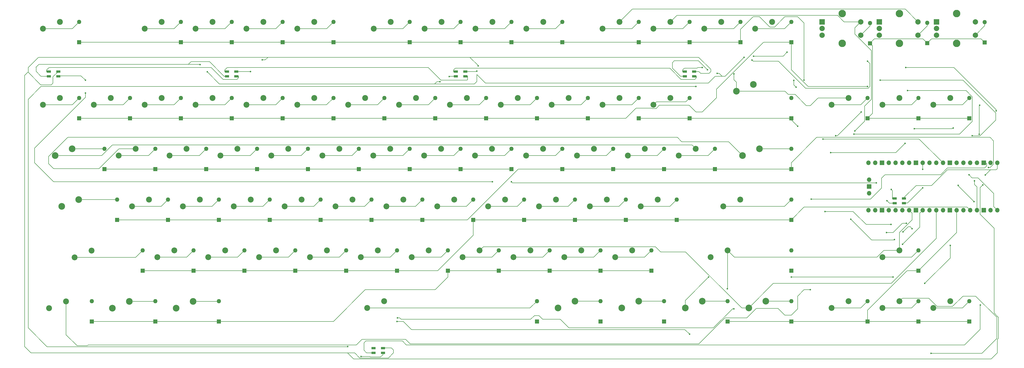
<source format=gbr>
%TF.GenerationSoftware,KiCad,Pcbnew,9.0.0*%
%TF.CreationDate,2025-03-26T17:33:26+05:30*%
%TF.ProjectId,RoyBoard,526f7942-6f61-4726-942e-6b696361645f,rev?*%
%TF.SameCoordinates,Original*%
%TF.FileFunction,Copper,L1,Top*%
%TF.FilePolarity,Positive*%
%FSLAX46Y46*%
G04 Gerber Fmt 4.6, Leading zero omitted, Abs format (unit mm)*
G04 Created by KiCad (PCBNEW 9.0.0) date 2025-03-26 17:33:26*
%MOMM*%
%LPD*%
G01*
G04 APERTURE LIST*
%TA.AperFunction,SMDPad,CuDef*%
%ADD10R,1.600000X0.850000*%
%TD*%
%TA.AperFunction,ComponentPad*%
%ADD11C,2.200000*%
%TD*%
%TA.AperFunction,ComponentPad*%
%ADD12C,2.500000*%
%TD*%
%TA.AperFunction,ComponentPad*%
%ADD13R,2.000000X2.000000*%
%TD*%
%TA.AperFunction,ComponentPad*%
%ADD14C,2.000000*%
%TD*%
%TA.AperFunction,ComponentPad*%
%ADD15C,2.800000*%
%TD*%
%TA.AperFunction,ComponentPad*%
%ADD16R,1.600000X1.600000*%
%TD*%
%TA.AperFunction,ComponentPad*%
%ADD17O,1.600000X1.600000*%
%TD*%
%TA.AperFunction,ComponentPad*%
%ADD18O,1.700000X1.700000*%
%TD*%
%TA.AperFunction,ComponentPad*%
%ADD19R,1.700000X1.700000*%
%TD*%
%TA.AperFunction,ViaPad*%
%ADD20C,0.600000*%
%TD*%
%TA.AperFunction,Conductor*%
%ADD21C,0.200000*%
%TD*%
G04 APERTURE END LIST*
D10*
%TO.P,D90,4,VDD*%
%TO.N,+5V*%
X171365000Y-162715000D03*
%TO.P,D90,3,DIN*%
%TO.N,Net-(D89-DOUT)*%
X171365000Y-164465000D03*
%TO.P,D90,2,VSS*%
%TO.N,GND*%
X167865000Y-164465000D03*
%TO.P,D90,1,DOUT*%
%TO.N,unconnected-(D90-DOUT-Pad1)*%
X167865000Y-162715000D03*
%TD*%
D11*
%TO.P,SW70,1,1*%
%TO.N,col10*%
X171775000Y-145120000D03*
%TO.P,SW70,2,2*%
%TO.N,Net-(D70-A)*%
X165425000Y-147660000D03*
%TD*%
%TO.P,SW10,1,1*%
%TO.N,col10*%
X259960000Y-40325000D03*
%TO.P,SW10,2,2*%
%TO.N,Net-(D10-A)*%
X253610000Y-42865000D03*
%TD*%
D12*
%TO.P,SW27,1,1*%
%TO.N,col3*%
X303755000Y-66330000D03*
%TO.P,SW27,2,2*%
%TO.N,Net-(D27-A)*%
X310105000Y-63790000D03*
%TD*%
D11*
%TO.P,SW58,1,1*%
%TO.N,col10*%
X131372500Y-126050000D03*
%TO.P,SW58,2,2*%
%TO.N,Net-(D58-A)*%
X125022500Y-128590000D03*
%TD*%
D12*
%TO.P,SW73,1,1*%
%TO.N,col1*%
X284537500Y-147600000D03*
%TO.P,SW73,2,2*%
%TO.N,Net-(D73-A)*%
X290887500Y-145060000D03*
%TD*%
D10*
%TO.P,D86,1,DOUT*%
%TO.N,Net-(D86-DOUT)*%
X46278750Y-58976250D03*
%TO.P,D86,2,VSS*%
%TO.N,GND*%
X46278750Y-60726250D03*
%TO.P,D86,3,DIN*%
%TO.N,Net-(D85-DOUT)*%
X49778750Y-60726250D03*
%TO.P,D86,4,VDD*%
%TO.N,+5V*%
X49778750Y-58976250D03*
%TD*%
D11*
%TO.P,SW57,1,1*%
%TO.N,col9*%
X112322500Y-126050000D03*
%TO.P,SW57,2,2*%
%TO.N,Net-(D57-A)*%
X105972500Y-128590000D03*
%TD*%
%TO.P,SW61,1,1*%
%TO.N,col1*%
X188522500Y-126050000D03*
%TO.P,SW61,2,2*%
%TO.N,Net-(D61-A)*%
X182172500Y-128590000D03*
%TD*%
%TO.P,SW53,1,1*%
%TO.N,col5*%
X274247500Y-107000000D03*
%TO.P,SW53,2,2*%
%TO.N,Net-(D53-A)*%
X267897500Y-109540000D03*
%TD*%
D12*
%TO.P,SW41,1,1*%
%TO.N,col5*%
X305995000Y-90455000D03*
%TO.P,SW41,2,2*%
%TO.N,Net-(D41-A)*%
X312345000Y-87915000D03*
%TD*%
D11*
%TO.P,SW80,1,1*%
%TO.N,col8*%
X364735000Y-145100000D03*
%TO.P,SW80,2,2*%
%TO.N,Net-(D80-A)*%
X358385000Y-147640000D03*
%TD*%
%TO.P,SW78,1,1*%
%TO.N,col6*%
X364735000Y-126050000D03*
%TO.P,SW78,2,2*%
%TO.N,Net-(D78-A)*%
X358385000Y-128590000D03*
%TD*%
%TO.P,SW43,1,1*%
%TO.N,col7*%
X83747500Y-107000000D03*
%TO.P,SW43,2,2*%
%TO.N,Net-(D43-A)*%
X77397500Y-109540000D03*
%TD*%
%TO.P,SW40,1,1*%
%TO.N,col4*%
X288515000Y-87945000D03*
%TO.P,SW40,2,2*%
%TO.N,Net-(D40-A)*%
X282165000Y-90485000D03*
%TD*%
%TO.P,SW24,1,1*%
%TO.N,col12*%
X240910000Y-68900000D03*
%TO.P,SW24,2,2*%
%TO.N,Net-(D24-A)*%
X234560000Y-71440000D03*
%TD*%
%TO.P,SW14,1,1*%
%TO.N,col2*%
X50387500Y-68870000D03*
%TO.P,SW14,2,2*%
%TO.N,Net-(D14-A)*%
X44037500Y-71410000D03*
%TD*%
%TO.P,SW46,1,1*%
%TO.N,col10*%
X140897500Y-107000000D03*
%TO.P,SW46,2,2*%
%TO.N,Net-(D46-A)*%
X134547500Y-109540000D03*
%TD*%
%TO.P,SW33,1,1*%
%TO.N,col9*%
X155025000Y-87975000D03*
%TO.P,SW33,2,2*%
%TO.N,Net-(D33-A)*%
X148675000Y-90515000D03*
%TD*%
%TO.P,SW31,1,1*%
%TO.N,col7*%
X116875000Y-87945000D03*
%TO.P,SW31,2,2*%
%TO.N,Net-(D31-A)*%
X110525000Y-90485000D03*
%TD*%
%TO.P,SW54,1,1*%
%TO.N,col6*%
X305175000Y-107000000D03*
%TO.P,SW54,2,2*%
%TO.N,Net-(D54-A)*%
X298825000Y-109540000D03*
%TD*%
%TO.P,SW30,1,1*%
%TO.N,col6*%
X97795000Y-87965000D03*
%TO.P,SW30,2,2*%
%TO.N,Net-(D30-A)*%
X91445000Y-90505000D03*
%TD*%
%TO.P,SW19,1,1*%
%TO.N,col7*%
X145655000Y-68925000D03*
%TO.P,SW19,2,2*%
%TO.N,Net-(D19-A)*%
X139305000Y-71465000D03*
%TD*%
%TO.P,SW47,1,1*%
%TO.N,col11*%
X159947500Y-107000000D03*
%TO.P,SW47,2,2*%
%TO.N,Net-(D47-A)*%
X153597500Y-109540000D03*
%TD*%
D13*
%TO.P,SW84,A,A*%
%TO.N,ec1_3*%
X378666250Y-40325000D03*
D14*
%TO.P,SW84,B,B*%
%TO.N,ec2_3*%
X378666250Y-45325000D03*
%TO.P,SW84,C,C*%
%TO.N,GND*%
X378666250Y-42825000D03*
D15*
%TO.P,SW84,MP*%
%TO.N,N/C*%
X386166250Y-37225000D03*
X386166250Y-48425000D03*
D14*
%TO.P,SW84,S1,S1*%
%TO.N,col12*%
X393166250Y-40325000D03*
%TO.P,SW84,S2,S2*%
%TO.N,Net-(D84-A)*%
X393166250Y-45325000D03*
%TD*%
D11*
%TO.P,SW1,1,1*%
%TO.N,col1*%
X50410000Y-40325000D03*
%TO.P,SW1,2,2*%
%TO.N,Net-(D1-A)*%
X44060000Y-42865000D03*
%TD*%
%TO.P,SW81,1,1*%
%TO.N,col9*%
X383785000Y-145100000D03*
%TO.P,SW81,2,2*%
%TO.N,Net-(D81-A)*%
X377435000Y-147640000D03*
%TD*%
%TO.P,SW75,1,1*%
%TO.N,col3*%
X345685000Y-68900000D03*
%TO.P,SW75,2,2*%
%TO.N,Net-(D75-A)*%
X339335000Y-71440000D03*
%TD*%
D10*
%TO.P,D85,1,DOUT*%
%TO.N,Net-(D85-DOUT)*%
X362985000Y-106601250D03*
%TO.P,D85,2,VSS*%
%TO.N,GND*%
X362985000Y-108351250D03*
%TO.P,D85,3,DIN*%
%TO.N,rgb*%
X366485000Y-108351250D03*
%TO.P,D85,4,VDD*%
%TO.N,+5V*%
X366485000Y-106601250D03*
%TD*%
D11*
%TO.P,SW44,1,1*%
%TO.N,col8*%
X102797500Y-107000000D03*
%TO.P,SW44,2,2*%
%TO.N,Net-(D44-A)*%
X96447500Y-109540000D03*
%TD*%
%TO.P,SW25,1,1*%
%TO.N,col1*%
X259960000Y-68900000D03*
%TO.P,SW25,2,2*%
%TO.N,Net-(D25-A)*%
X253610000Y-71440000D03*
%TD*%
%TO.P,SW3,1,1*%
%TO.N,col3*%
X107560000Y-40325000D03*
%TO.P,SW3,2,2*%
%TO.N,Net-(D3-A)*%
X101210000Y-42865000D03*
%TD*%
%TO.P,SW35,1,1*%
%TO.N,col11*%
X193135000Y-87965000D03*
%TO.P,SW35,2,2*%
%TO.N,Net-(D35-A)*%
X186785000Y-90505000D03*
%TD*%
%TO.P,SW56,1,1*%
%TO.N,col8*%
X93272500Y-126050000D03*
%TO.P,SW56,2,2*%
%TO.N,Net-(D56-A)*%
X86922500Y-128590000D03*
%TD*%
%TO.P,SW67,1,1*%
%TO.N,col7*%
X52695000Y-145170000D03*
%TO.P,SW67,2,2*%
%TO.N,Net-(D67-A)*%
X46345000Y-147710000D03*
%TD*%
%TO.P,SW60,1,1*%
%TO.N,col12*%
X169472500Y-126050000D03*
%TO.P,SW60,2,2*%
%TO.N,Net-(D60-A)*%
X163122500Y-128590000D03*
%TD*%
%TO.P,SW7,1,1*%
%TO.N,col7*%
X193285000Y-40325000D03*
%TO.P,SW7,2,2*%
%TO.N,Net-(D7-A)*%
X186935000Y-42865000D03*
%TD*%
%TO.P,SW2,1,1*%
%TO.N,col2*%
X88510000Y-40325000D03*
%TO.P,SW2,2,2*%
%TO.N,Net-(D2-A)*%
X82160000Y-42865000D03*
%TD*%
%TO.P,SW77,1,1*%
%TO.N,col5*%
X383785000Y-68900000D03*
%TO.P,SW77,2,2*%
%TO.N,Net-(D77-A)*%
X377435000Y-71440000D03*
%TD*%
D12*
%TO.P,SW72,1,1*%
%TO.N,col12*%
X260757500Y-147620000D03*
%TO.P,SW72,2,2*%
%TO.N,Net-(D72-A)*%
X267107500Y-145080000D03*
%TD*%
%TO.P,SW42,1,1*%
%TO.N,col6*%
X51045000Y-109555000D03*
%TO.P,SW42,2,2*%
%TO.N,Net-(D42-A)*%
X57395000Y-107015000D03*
%TD*%
D11*
%TO.P,SW79,1,1*%
%TO.N,col7*%
X345685000Y-145100000D03*
%TO.P,SW79,2,2*%
%TO.N,Net-(D79-A)*%
X339335000Y-147640000D03*
%TD*%
%TO.P,SW13,1,1*%
%TO.N,col1*%
X317110000Y-40325000D03*
%TO.P,SW13,2,2*%
%TO.N,Net-(D13-A)*%
X310760000Y-42865000D03*
%TD*%
D12*
%TO.P,SW28,1,1*%
%TO.N,col4*%
X48655000Y-90515000D03*
%TO.P,SW28,2,2*%
%TO.N,Net-(D28-A)*%
X55005000Y-87975000D03*
%TD*%
D11*
%TO.P,SW9,1,1*%
%TO.N,col9*%
X231385000Y-40325000D03*
%TO.P,SW9,2,2*%
%TO.N,Net-(D9-A)*%
X225035000Y-42865000D03*
%TD*%
%TO.P,SW18,1,1*%
%TO.N,col6*%
X126610000Y-68900000D03*
%TO.P,SW18,2,2*%
%TO.N,Net-(D18-A)*%
X120260000Y-71440000D03*
%TD*%
%TO.P,SW12,1,1*%
%TO.N,col12*%
X298060000Y-40325000D03*
%TO.P,SW12,2,2*%
%TO.N,Net-(D12-A)*%
X291710000Y-42865000D03*
%TD*%
%TO.P,SW50,1,1*%
%TO.N,col2*%
X217097500Y-107000000D03*
%TO.P,SW50,2,2*%
%TO.N,Net-(D50-A)*%
X210747500Y-109540000D03*
%TD*%
%TO.P,SW63,1,1*%
%TO.N,col3*%
X226622500Y-126050000D03*
%TO.P,SW63,2,2*%
%TO.N,Net-(D63-A)*%
X220272500Y-128590000D03*
%TD*%
%TO.P,SW59,1,1*%
%TO.N,col11*%
X150422500Y-126050000D03*
%TO.P,SW59,2,2*%
%TO.N,Net-(D59-A)*%
X144072500Y-128590000D03*
%TD*%
%TO.P,SW21,1,1*%
%TO.N,col9*%
X183760000Y-68900000D03*
%TO.P,SW21,2,2*%
%TO.N,Net-(D21-A)*%
X177410000Y-71440000D03*
%TD*%
D10*
%TO.P,D89,1,DOUT*%
%TO.N,Net-(D89-DOUT)*%
X284403750Y-58976250D03*
%TO.P,D89,2,VSS*%
%TO.N,GND*%
X284403750Y-60726250D03*
%TO.P,D89,3,DIN*%
%TO.N,Net-(D88-DOUT)*%
X287903750Y-60726250D03*
%TO.P,D89,4,VDD*%
%TO.N,+5V*%
X287903750Y-58976250D03*
%TD*%
%TO.P,D88,1,DOUT*%
%TO.N,Net-(D88-DOUT)*%
X198678750Y-58976250D03*
%TO.P,D88,2,VSS*%
%TO.N,GND*%
X198678750Y-60726250D03*
%TO.P,D88,3,DIN*%
%TO.N,Net-(D87-DOUT)*%
X202178750Y-60726250D03*
%TO.P,D88,4,VDD*%
%TO.N,+5V*%
X202178750Y-58976250D03*
%TD*%
D11*
%TO.P,SW16,1,1*%
%TO.N,col4*%
X88510000Y-68900000D03*
%TO.P,SW16,2,2*%
%TO.N,Net-(D16-A)*%
X82160000Y-71440000D03*
%TD*%
%TO.P,SW29,1,1*%
%TO.N,col5*%
X78755000Y-87965000D03*
%TO.P,SW29,2,2*%
%TO.N,Net-(D29-A)*%
X72405000Y-90505000D03*
%TD*%
D12*
%TO.P,SW68,1,1*%
%TO.N,col8*%
X70067500Y-147680000D03*
%TO.P,SW68,2,2*%
%TO.N,Net-(D68-A)*%
X76417500Y-145140000D03*
%TD*%
%TO.P,SW74,1,1*%
%TO.N,col2*%
X308377500Y-147610000D03*
%TO.P,SW74,2,2*%
%TO.N,Net-(D74-A)*%
X314727500Y-145070000D03*
%TD*%
D11*
%TO.P,SW65,1,1*%
%TO.N,col5*%
X264722500Y-126050000D03*
%TO.P,SW65,2,2*%
%TO.N,Net-(D65-A)*%
X258372500Y-128590000D03*
%TD*%
%TO.P,SW49,1,1*%
%TO.N,col1*%
X198047500Y-107000000D03*
%TO.P,SW49,2,2*%
%TO.N,Net-(D49-A)*%
X191697500Y-109540000D03*
%TD*%
%TO.P,SW34,1,1*%
%TO.N,col10*%
X174095000Y-87975000D03*
%TO.P,SW34,2,2*%
%TO.N,Net-(D34-A)*%
X167745000Y-90515000D03*
%TD*%
%TO.P,SW37,1,1*%
%TO.N,col1*%
X231295000Y-87955000D03*
%TO.P,SW37,2,2*%
%TO.N,Net-(D37-A)*%
X224945000Y-90495000D03*
%TD*%
%TO.P,SW38,1,1*%
%TO.N,col2*%
X250355000Y-87955000D03*
%TO.P,SW38,2,2*%
%TO.N,Net-(D38-A)*%
X244005000Y-90495000D03*
%TD*%
%TO.P,SW45,1,1*%
%TO.N,col9*%
X121847500Y-107000000D03*
%TO.P,SW45,2,2*%
%TO.N,Net-(D45-A)*%
X115497500Y-109540000D03*
%TD*%
%TO.P,SW66,1,1*%
%TO.N,col6*%
X300415000Y-126040000D03*
%TO.P,SW66,2,2*%
%TO.N,Net-(D66-A)*%
X294065000Y-128580000D03*
%TD*%
%TO.P,SW17,1,1*%
%TO.N,col5*%
X107560000Y-68900000D03*
%TO.P,SW17,2,2*%
%TO.N,Net-(D17-A)*%
X101210000Y-71440000D03*
%TD*%
%TO.P,SW64,1,1*%
%TO.N,col4*%
X245672500Y-126050000D03*
%TO.P,SW64,2,2*%
%TO.N,Net-(D64-A)*%
X239322500Y-128590000D03*
%TD*%
D10*
%TO.P,D87,1,DOUT*%
%TO.N,Net-(D87-DOUT)*%
X112953750Y-58976250D03*
%TO.P,D87,2,VSS*%
%TO.N,GND*%
X112953750Y-60726250D03*
%TO.P,D87,3,DIN*%
%TO.N,Net-(D86-DOUT)*%
X116453750Y-60726250D03*
%TO.P,D87,4,VDD*%
%TO.N,+5V*%
X116453750Y-58976250D03*
%TD*%
D13*
%TO.P,SW83,A,A*%
%TO.N,ec1_1*%
X357235000Y-40325000D03*
D14*
%TO.P,SW83,B,B*%
%TO.N,ec2_1*%
X357235000Y-45325000D03*
%TO.P,SW83,C,C*%
%TO.N,GND*%
X357235000Y-42825000D03*
D15*
%TO.P,SW83,MP*%
%TO.N,N/C*%
X364735000Y-37225000D03*
X364735000Y-48425000D03*
D14*
%TO.P,SW83,S1,S1*%
%TO.N,col10*%
X371735000Y-40325000D03*
%TO.P,SW83,S2,S2*%
%TO.N,Net-(D82-A)*%
X371735000Y-45325000D03*
%TD*%
D11*
%TO.P,SW6,1,1*%
%TO.N,col6*%
X174235000Y-40325000D03*
%TO.P,SW6,2,2*%
%TO.N,Net-(D6-A)*%
X167885000Y-42865000D03*
%TD*%
%TO.P,SW15,1,1*%
%TO.N,col3*%
X69460000Y-68900000D03*
%TO.P,SW15,2,2*%
%TO.N,Net-(D15-A)*%
X63110000Y-71440000D03*
%TD*%
%TO.P,SW26,1,1*%
%TO.N,col2*%
X279010000Y-68900000D03*
%TO.P,SW26,2,2*%
%TO.N,Net-(D26-A)*%
X272660000Y-71440000D03*
%TD*%
%TO.P,SW8,1,1*%
%TO.N,col8*%
X212335000Y-40325000D03*
%TO.P,SW8,2,2*%
%TO.N,Net-(D8-A)*%
X205985000Y-42865000D03*
%TD*%
D12*
%TO.P,SW69,1,1*%
%TO.N,col9*%
X93907500Y-147680000D03*
%TO.P,SW69,2,2*%
%TO.N,Net-(D69-A)*%
X100257500Y-145140000D03*
%TD*%
D11*
%TO.P,SW48,1,1*%
%TO.N,col12*%
X178997500Y-107000000D03*
%TO.P,SW48,2,2*%
%TO.N,Net-(D48-A)*%
X172647500Y-109540000D03*
%TD*%
%TO.P,SW39,1,1*%
%TO.N,col3*%
X269445000Y-87945000D03*
%TO.P,SW39,2,2*%
%TO.N,Net-(D39-A)*%
X263095000Y-90485000D03*
%TD*%
%TO.P,SW4,1,1*%
%TO.N,col4*%
X126610000Y-40325000D03*
%TO.P,SW4,2,2*%
%TO.N,Net-(D4-A)*%
X120260000Y-42865000D03*
%TD*%
D12*
%TO.P,SW71,1,1*%
%TO.N,col11*%
X236907500Y-147640000D03*
%TO.P,SW71,2,2*%
%TO.N,Net-(D71-A)*%
X243257500Y-145100000D03*
%TD*%
D11*
%TO.P,SW52,1,1*%
%TO.N,col4*%
X255197500Y-107000000D03*
%TO.P,SW52,2,2*%
%TO.N,Net-(D52-A)*%
X248847500Y-109540000D03*
%TD*%
%TO.P,SW23,1,1*%
%TO.N,col11*%
X221860000Y-68900000D03*
%TO.P,SW23,2,2*%
%TO.N,Net-(D23-A)*%
X215510000Y-71440000D03*
%TD*%
%TO.P,SW76,1,1*%
%TO.N,col4*%
X364735000Y-68900000D03*
%TO.P,SW76,2,2*%
%TO.N,Net-(D76-A)*%
X358385000Y-71440000D03*
%TD*%
D13*
%TO.P,SW82,A,A*%
%TO.N,ec1_2*%
X335803750Y-40325000D03*
D14*
%TO.P,SW82,B,B*%
%TO.N,ec2_2*%
X335803750Y-45325000D03*
%TO.P,SW82,C,C*%
%TO.N,GND*%
X335803750Y-42825000D03*
D15*
%TO.P,SW82,MP*%
%TO.N,N/C*%
X343303750Y-37225000D03*
X343303750Y-48425000D03*
D14*
%TO.P,SW82,S1,S1*%
%TO.N,col11*%
X350303750Y-40325000D03*
%TO.P,SW82,S2,S2*%
%TO.N,Net-(D83-A)*%
X350303750Y-45325000D03*
%TD*%
D11*
%TO.P,SW22,1,1*%
%TO.N,col10*%
X202810000Y-68900000D03*
%TO.P,SW22,2,2*%
%TO.N,Net-(D22-A)*%
X196460000Y-71440000D03*
%TD*%
%TO.P,SW62,1,1*%
%TO.N,col2*%
X207572500Y-126050000D03*
%TO.P,SW62,2,2*%
%TO.N,Net-(D62-A)*%
X201222500Y-128590000D03*
%TD*%
%TO.P,SW51,1,1*%
%TO.N,col3*%
X236147500Y-107000000D03*
%TO.P,SW51,2,2*%
%TO.N,Net-(D51-A)*%
X229797500Y-109540000D03*
%TD*%
%TO.P,SW20,1,1*%
%TO.N,col8*%
X164710000Y-68900000D03*
%TO.P,SW20,2,2*%
%TO.N,Net-(D20-A)*%
X158360000Y-71440000D03*
%TD*%
%TO.P,SW55,1,1*%
%TO.N,col7*%
X62205000Y-126120000D03*
%TO.P,SW55,2,2*%
%TO.N,Net-(D55-A)*%
X55855000Y-128660000D03*
%TD*%
%TO.P,SW36,1,1*%
%TO.N,col12*%
X212205000Y-87965000D03*
%TO.P,SW36,2,2*%
%TO.N,Net-(D36-A)*%
X205855000Y-90505000D03*
%TD*%
%TO.P,SW11,1,1*%
%TO.N,col11*%
X279010000Y-40325000D03*
%TO.P,SW11,2,2*%
%TO.N,Net-(D11-A)*%
X272660000Y-42865000D03*
%TD*%
%TO.P,SW5,1,1*%
%TO.N,col5*%
X145660000Y-40325000D03*
%TO.P,SW5,2,2*%
%TO.N,Net-(D5-A)*%
X139310000Y-42865000D03*
%TD*%
%TO.P,SW32,1,1*%
%TO.N,col8*%
X135945000Y-87985000D03*
%TO.P,SW32,2,2*%
%TO.N,Net-(D32-A)*%
X129595000Y-90525000D03*
%TD*%
D16*
%TO.P,D53,1,K*%
%TO.N,row5*%
X281391250Y-114620000D03*
D17*
%TO.P,D53,2,A*%
%TO.N,Net-(D53-A)*%
X281391250Y-107000000D03*
%TD*%
D16*
%TO.P,D73,1,K*%
%TO.N,row7*%
X300441250Y-152720000D03*
D17*
%TO.P,D73,2,A*%
%TO.N,Net-(D73-A)*%
X300441250Y-145100000D03*
%TD*%
D16*
%TO.P,D2,1,K*%
%TO.N,row1*%
X95653750Y-47945000D03*
D17*
%TO.P,D2,2,A*%
%TO.N,Net-(D2-A)*%
X95653750Y-40325000D03*
%TD*%
D16*
%TO.P,D61,1,K*%
%TO.N,row6*%
X195666250Y-133670000D03*
D17*
%TO.P,D61,2,A*%
%TO.N,Net-(D61-A)*%
X195666250Y-126050000D03*
%TD*%
D16*
%TO.P,D15,1,K*%
%TO.N,row2*%
X76603750Y-76520000D03*
D17*
%TO.P,D15,2,A*%
%TO.N,Net-(D15-A)*%
X76603750Y-68900000D03*
%TD*%
D16*
%TO.P,D39,1,K*%
%TO.N,row4*%
X276628750Y-95570000D03*
D17*
%TO.P,D39,2,A*%
%TO.N,Net-(D39-A)*%
X276628750Y-87950000D03*
%TD*%
D16*
%TO.P,D81,1,K*%
%TO.N,row7*%
X390928750Y-152720000D03*
D17*
%TO.P,D81,2,A*%
%TO.N,Net-(D81-A)*%
X390928750Y-145100000D03*
%TD*%
D16*
%TO.P,D5,1,K*%
%TO.N,row1*%
X152803750Y-47945000D03*
D17*
%TO.P,D5,2,A*%
%TO.N,Net-(D5-A)*%
X152803750Y-40325000D03*
%TD*%
D16*
%TO.P,D44,1,K*%
%TO.N,row4*%
X109941250Y-114620000D03*
D17*
%TO.P,D44,2,A*%
%TO.N,Net-(D44-A)*%
X109941250Y-107000000D03*
%TD*%
D16*
%TO.P,D8,1,K*%
%TO.N,row1*%
X219478750Y-47945000D03*
D17*
%TO.P,D8,2,A*%
%TO.N,Net-(D8-A)*%
X219478750Y-40325000D03*
%TD*%
D16*
%TO.P,D21,1,K*%
%TO.N,row2*%
X190903750Y-76520000D03*
D17*
%TO.P,D21,2,A*%
%TO.N,Net-(D21-A)*%
X190903750Y-68900000D03*
%TD*%
D16*
%TO.P,D77,1,K*%
%TO.N,row7*%
X390928750Y-76520000D03*
D17*
%TO.P,D77,2,A*%
%TO.N,Net-(D77-A)*%
X390928750Y-68900000D03*
%TD*%
D16*
%TO.P,D1,1,K*%
%TO.N,row1*%
X57553750Y-47945000D03*
D17*
%TO.P,D1,2,A*%
%TO.N,Net-(D1-A)*%
X57553750Y-40325000D03*
%TD*%
D16*
%TO.P,D35,1,K*%
%TO.N,row3*%
X200428750Y-95570000D03*
D17*
%TO.P,D35,2,A*%
%TO.N,Net-(D35-A)*%
X200428750Y-87950000D03*
%TD*%
D16*
%TO.P,D10,1,K*%
%TO.N,row1*%
X267103750Y-47945000D03*
D17*
%TO.P,D10,2,A*%
%TO.N,Net-(D10-A)*%
X267103750Y-40325000D03*
%TD*%
D16*
%TO.P,D41,1,K*%
%TO.N,row4*%
X324253750Y-95570000D03*
D17*
%TO.P,D41,2,A*%
%TO.N,Net-(D41-A)*%
X324253750Y-87950000D03*
%TD*%
D16*
%TO.P,D42,1,K*%
%TO.N,row4*%
X71841250Y-114620000D03*
D17*
%TO.P,D42,2,A*%
%TO.N,Net-(D42-A)*%
X71841250Y-107000000D03*
%TD*%
D16*
%TO.P,D23,1,K*%
%TO.N,row2*%
X229003750Y-76520000D03*
D17*
%TO.P,D23,2,A*%
%TO.N,Net-(D23-A)*%
X229003750Y-68900000D03*
%TD*%
D16*
%TO.P,D40,1,K*%
%TO.N,row4*%
X295678750Y-95570000D03*
D17*
%TO.P,D40,2,A*%
%TO.N,Net-(D40-A)*%
X295678750Y-87950000D03*
%TD*%
D16*
%TO.P,D58,1,K*%
%TO.N,row5*%
X138516250Y-133670000D03*
D17*
%TO.P,D58,2,A*%
%TO.N,Net-(D58-A)*%
X138516250Y-126050000D03*
%TD*%
D16*
%TO.P,D60,1,K*%
%TO.N,row5*%
X176616250Y-133670000D03*
D17*
%TO.P,D60,2,A*%
%TO.N,Net-(D60-A)*%
X176616250Y-126050000D03*
%TD*%
D16*
%TO.P,D52,1,K*%
%TO.N,row5*%
X262341250Y-114620000D03*
D17*
%TO.P,D52,2,A*%
%TO.N,Net-(D52-A)*%
X262341250Y-107000000D03*
%TD*%
D16*
%TO.P,D32,1,K*%
%TO.N,row3*%
X143278750Y-95570000D03*
D17*
%TO.P,D32,2,A*%
%TO.N,Net-(D32-A)*%
X143278750Y-87950000D03*
%TD*%
D16*
%TO.P,D74,1,K*%
%TO.N,row7*%
X324253750Y-152720000D03*
D17*
%TO.P,D74,2,A*%
%TO.N,Net-(D74-A)*%
X324253750Y-145100000D03*
%TD*%
D16*
%TO.P,D26,1,K*%
%TO.N,row3*%
X286153750Y-76520000D03*
D17*
%TO.P,D26,2,A*%
%TO.N,Net-(D26-A)*%
X286153750Y-68900000D03*
%TD*%
D16*
%TO.P,D64,1,K*%
%TO.N,row6*%
X252816250Y-133670000D03*
D17*
%TO.P,D64,2,A*%
%TO.N,Net-(D64-A)*%
X252816250Y-126050000D03*
%TD*%
D16*
%TO.P,D17,1,K*%
%TO.N,row2*%
X114703750Y-76520000D03*
D17*
%TO.P,D17,2,A*%
%TO.N,Net-(D17-A)*%
X114703750Y-68900000D03*
%TD*%
D16*
%TO.P,D6,1,K*%
%TO.N,row1*%
X181378750Y-47945000D03*
D17*
%TO.P,D6,2,A*%
%TO.N,Net-(D6-A)*%
X181378750Y-40325000D03*
%TD*%
D16*
%TO.P,D27,1,K*%
%TO.N,row3*%
X324253750Y-76520000D03*
D17*
%TO.P,D27,2,A*%
%TO.N,Net-(D27-A)*%
X324253750Y-68900000D03*
%TD*%
D16*
%TO.P,D62,1,K*%
%TO.N,row6*%
X214716250Y-133670000D03*
D17*
%TO.P,D62,2,A*%
%TO.N,Net-(D62-A)*%
X214716250Y-126050000D03*
%TD*%
D16*
%TO.P,D12,1,K*%
%TO.N,row1*%
X305203750Y-47945000D03*
D17*
%TO.P,D12,2,A*%
%TO.N,Net-(D12-A)*%
X305203750Y-40325000D03*
%TD*%
D16*
%TO.P,D84,1,K*%
%TO.N,row7*%
X396685000Y-48100000D03*
D17*
%TO.P,D84,2,A*%
%TO.N,Net-(D84-A)*%
X396685000Y-40480000D03*
%TD*%
D16*
%TO.P,D20,1,K*%
%TO.N,row2*%
X171853750Y-76520000D03*
D17*
%TO.P,D20,2,A*%
%TO.N,Net-(D20-A)*%
X171853750Y-68900000D03*
%TD*%
D16*
%TO.P,D63,1,K*%
%TO.N,row6*%
X233766250Y-133670000D03*
D17*
%TO.P,D63,2,A*%
%TO.N,Net-(D63-A)*%
X233766250Y-126050000D03*
%TD*%
D16*
%TO.P,D38,1,K*%
%TO.N,row4*%
X257578750Y-95570000D03*
D17*
%TO.P,D38,2,A*%
%TO.N,Net-(D38-A)*%
X257578750Y-87950000D03*
%TD*%
D16*
%TO.P,D78,1,K*%
%TO.N,row7*%
X371878750Y-133670000D03*
D17*
%TO.P,D78,2,A*%
%TO.N,Net-(D78-A)*%
X371878750Y-126050000D03*
%TD*%
D16*
%TO.P,D67,1,K*%
%TO.N,row6*%
X62316250Y-152720000D03*
D17*
%TO.P,D67,2,A*%
%TO.N,Net-(D67-A)*%
X62316250Y-145100000D03*
%TD*%
D16*
%TO.P,D83,1,K*%
%TO.N,row7*%
X353755000Y-48370000D03*
D17*
%TO.P,D83,2,A*%
%TO.N,Net-(D83-A)*%
X353755000Y-40750000D03*
%TD*%
D16*
%TO.P,D22,1,K*%
%TO.N,row2*%
X209953750Y-76520000D03*
D17*
%TO.P,D22,2,A*%
%TO.N,Net-(D22-A)*%
X209953750Y-68900000D03*
%TD*%
D16*
%TO.P,D19,1,K*%
%TO.N,row2*%
X152803750Y-76520000D03*
D17*
%TO.P,D19,2,A*%
%TO.N,Net-(D19-A)*%
X152803750Y-68900000D03*
%TD*%
D16*
%TO.P,D51,1,K*%
%TO.N,row5*%
X243291250Y-114620000D03*
D17*
%TO.P,D51,2,A*%
%TO.N,Net-(D51-A)*%
X243291250Y-107000000D03*
%TD*%
D16*
%TO.P,D76,1,K*%
%TO.N,row7*%
X371878750Y-76520000D03*
D17*
%TO.P,D76,2,A*%
%TO.N,Net-(D76-A)*%
X371878750Y-68900000D03*
%TD*%
D16*
%TO.P,D47,1,K*%
%TO.N,row4*%
X167091250Y-114620000D03*
D17*
%TO.P,D47,2,A*%
%TO.N,Net-(D47-A)*%
X167091250Y-107000000D03*
%TD*%
D16*
%TO.P,D33,1,K*%
%TO.N,row3*%
X162328750Y-95570000D03*
D17*
%TO.P,D33,2,A*%
%TO.N,Net-(D33-A)*%
X162328750Y-87950000D03*
%TD*%
D16*
%TO.P,D18,1,K*%
%TO.N,row2*%
X133753750Y-76520000D03*
D17*
%TO.P,D18,2,A*%
%TO.N,Net-(D18-A)*%
X133753750Y-68900000D03*
%TD*%
D16*
%TO.P,D59,1,K*%
%TO.N,row5*%
X157566250Y-133670000D03*
D17*
%TO.P,D59,2,A*%
%TO.N,Net-(D59-A)*%
X157566250Y-126050000D03*
%TD*%
D16*
%TO.P,D55,1,K*%
%TO.N,row5*%
X81366250Y-133670000D03*
D17*
%TO.P,D55,2,A*%
%TO.N,Net-(D55-A)*%
X81366250Y-126050000D03*
%TD*%
D16*
%TO.P,D50,1,K*%
%TO.N,row5*%
X224241250Y-114620000D03*
D17*
%TO.P,D50,2,A*%
%TO.N,Net-(D50-A)*%
X224241250Y-107000000D03*
%TD*%
D16*
%TO.P,D49,1,K*%
%TO.N,row5*%
X205191250Y-114620000D03*
D17*
%TO.P,D49,2,A*%
%TO.N,Net-(D49-A)*%
X205191250Y-107000000D03*
%TD*%
D16*
%TO.P,D68,1,K*%
%TO.N,row6*%
X86128750Y-152720000D03*
D17*
%TO.P,D68,2,A*%
%TO.N,Net-(D68-A)*%
X86128750Y-145100000D03*
%TD*%
D16*
%TO.P,D7,1,K*%
%TO.N,row1*%
X200428750Y-47945000D03*
D17*
%TO.P,D7,2,A*%
%TO.N,Net-(D7-A)*%
X200428750Y-40325000D03*
%TD*%
D16*
%TO.P,D3,1,K*%
%TO.N,row1*%
X114703750Y-47945000D03*
D17*
%TO.P,D3,2,A*%
%TO.N,Net-(D3-A)*%
X114703750Y-40325000D03*
%TD*%
D16*
%TO.P,D71,1,K*%
%TO.N,row6*%
X252816250Y-152720000D03*
D17*
%TO.P,D71,2,A*%
%TO.N,Net-(D71-A)*%
X252816250Y-145100000D03*
%TD*%
D16*
%TO.P,D57,1,K*%
%TO.N,row5*%
X119466250Y-133670000D03*
D17*
%TO.P,D57,2,A*%
%TO.N,Net-(D57-A)*%
X119466250Y-126050000D03*
%TD*%
D16*
%TO.P,D75,1,K*%
%TO.N,row7*%
X352828750Y-76520000D03*
D17*
%TO.P,D75,2,A*%
%TO.N,Net-(D75-A)*%
X352828750Y-68900000D03*
%TD*%
D16*
%TO.P,D54,1,K*%
%TO.N,row5*%
X324253750Y-114620000D03*
D17*
%TO.P,D54,2,A*%
%TO.N,Net-(D54-A)*%
X324253750Y-107000000D03*
%TD*%
D16*
%TO.P,D9,1,K*%
%TO.N,row1*%
X238528750Y-47945000D03*
D17*
%TO.P,D9,2,A*%
%TO.N,Net-(D9-A)*%
X238528750Y-40325000D03*
%TD*%
D16*
%TO.P,D25,1,K*%
%TO.N,row3*%
X267103750Y-76520000D03*
D17*
%TO.P,D25,2,A*%
%TO.N,Net-(D25-A)*%
X267103750Y-68900000D03*
%TD*%
D16*
%TO.P,D11,1,K*%
%TO.N,row1*%
X286153750Y-47945000D03*
D17*
%TO.P,D11,2,A*%
%TO.N,Net-(D11-A)*%
X286153750Y-40325000D03*
%TD*%
D16*
%TO.P,D16,1,K*%
%TO.N,row2*%
X95653750Y-76520000D03*
D17*
%TO.P,D16,2,A*%
%TO.N,Net-(D16-A)*%
X95653750Y-68900000D03*
%TD*%
D16*
%TO.P,D46,1,K*%
%TO.N,row4*%
X148041250Y-114620000D03*
D17*
%TO.P,D46,2,A*%
%TO.N,Net-(D46-A)*%
X148041250Y-107000000D03*
%TD*%
D16*
%TO.P,D37,1,K*%
%TO.N,row4*%
X238528750Y-95570000D03*
D17*
%TO.P,D37,2,A*%
%TO.N,Net-(D37-A)*%
X238528750Y-87950000D03*
%TD*%
D16*
%TO.P,D65,1,K*%
%TO.N,row6*%
X271866250Y-133670000D03*
D17*
%TO.P,D65,2,A*%
%TO.N,Net-(D65-A)*%
X271866250Y-126050000D03*
%TD*%
D16*
%TO.P,D43,1,K*%
%TO.N,row4*%
X90891250Y-114620000D03*
D17*
%TO.P,D43,2,A*%
%TO.N,Net-(D43-A)*%
X90891250Y-107000000D03*
%TD*%
D16*
%TO.P,D66,1,K*%
%TO.N,row6*%
X324253750Y-133670000D03*
D17*
%TO.P,D66,2,A*%
%TO.N,Net-(D66-A)*%
X324253750Y-126050000D03*
%TD*%
D16*
%TO.P,D29,1,K*%
%TO.N,row3*%
X86128750Y-95570000D03*
D17*
%TO.P,D29,2,A*%
%TO.N,Net-(D29-A)*%
X86128750Y-87950000D03*
%TD*%
D16*
%TO.P,D14,1,K*%
%TO.N,row2*%
X57553750Y-76520000D03*
D17*
%TO.P,D14,2,A*%
%TO.N,Net-(D14-A)*%
X57553750Y-68900000D03*
%TD*%
D16*
%TO.P,D70,1,K*%
%TO.N,row6*%
X229003750Y-152720000D03*
D17*
%TO.P,D70,2,A*%
%TO.N,Net-(D70-A)*%
X229003750Y-145100000D03*
%TD*%
D16*
%TO.P,D31,1,K*%
%TO.N,row3*%
X124228750Y-95570000D03*
D17*
%TO.P,D31,2,A*%
%TO.N,Net-(D31-A)*%
X124228750Y-87950000D03*
%TD*%
D16*
%TO.P,D56,1,K*%
%TO.N,row5*%
X100416250Y-133670000D03*
D17*
%TO.P,D56,2,A*%
%TO.N,Net-(D56-A)*%
X100416250Y-126050000D03*
%TD*%
D16*
%TO.P,D82,1,K*%
%TO.N,row7*%
X375175000Y-48310000D03*
D17*
%TO.P,D82,2,A*%
%TO.N,Net-(D82-A)*%
X375175000Y-40690000D03*
%TD*%
D16*
%TO.P,D69,1,K*%
%TO.N,row6*%
X109941250Y-152720000D03*
D17*
%TO.P,D69,2,A*%
%TO.N,Net-(D69-A)*%
X109941250Y-145100000D03*
%TD*%
D16*
%TO.P,D72,1,K*%
%TO.N,row6*%
X276628750Y-152720000D03*
D17*
%TO.P,D72,2,A*%
%TO.N,Net-(D72-A)*%
X276628750Y-145100000D03*
%TD*%
D16*
%TO.P,D45,1,K*%
%TO.N,row4*%
X128991250Y-114620000D03*
D17*
%TO.P,D45,2,A*%
%TO.N,Net-(D45-A)*%
X128991250Y-107000000D03*
%TD*%
D16*
%TO.P,D48,1,K*%
%TO.N,row4*%
X186141250Y-114620000D03*
D17*
%TO.P,D48,2,A*%
%TO.N,Net-(D48-A)*%
X186141250Y-107000000D03*
%TD*%
D16*
%TO.P,D36,1,K*%
%TO.N,row3*%
X219478750Y-95570000D03*
D17*
%TO.P,D36,2,A*%
%TO.N,Net-(D36-A)*%
X219478750Y-87950000D03*
%TD*%
D16*
%TO.P,D4,1,K*%
%TO.N,row1*%
X133753750Y-47945000D03*
D17*
%TO.P,D4,2,A*%
%TO.N,Net-(D4-A)*%
X133753750Y-40325000D03*
%TD*%
D16*
%TO.P,D28,1,K*%
%TO.N,row3*%
X67078750Y-95570000D03*
D17*
%TO.P,D28,2,A*%
%TO.N,Net-(D28-A)*%
X67078750Y-87950000D03*
%TD*%
D16*
%TO.P,D30,1,K*%
%TO.N,row3*%
X105178750Y-95570000D03*
D17*
%TO.P,D30,2,A*%
%TO.N,Net-(D30-A)*%
X105178750Y-87950000D03*
%TD*%
D16*
%TO.P,D13,1,K*%
%TO.N,row2*%
X324253750Y-47945000D03*
D17*
%TO.P,D13,2,A*%
%TO.N,Net-(D13-A)*%
X324253750Y-40325000D03*
%TD*%
D16*
%TO.P,D24,1,K*%
%TO.N,row2*%
X248053750Y-76520000D03*
D17*
%TO.P,D24,2,A*%
%TO.N,Net-(D24-A)*%
X248053750Y-68900000D03*
%TD*%
D18*
%TO.P,U1,1,GPIO0*%
%TO.N,row1*%
X401406250Y-110968750D03*
%TO.P,U1,2,GPIO1*%
%TO.N,row2*%
X398866250Y-110968750D03*
D19*
%TO.P,U1,3,GND*%
%TO.N,unconnected-(U1-GND-Pad3)*%
X396326250Y-110968750D03*
D18*
%TO.P,U1,4,GPIO2*%
%TO.N,row4*%
X393786250Y-110968750D03*
%TO.P,U1,5,GPIO3*%
%TO.N,row5*%
X391246250Y-110968750D03*
%TO.P,U1,6,GPIO4*%
%TO.N,row6*%
X388706250Y-110968750D03*
%TO.P,U1,7,GPIO5*%
%TO.N,row7*%
X386166250Y-110968750D03*
D19*
%TO.P,U1,8,GND*%
%TO.N,unconnected-(U1-GND-Pad8)*%
X383626250Y-110968750D03*
D18*
%TO.P,U1,9,GPIO6*%
%TO.N,col1*%
X381086250Y-110968750D03*
%TO.P,U1,10,GPIO7*%
%TO.N,col2*%
X378546250Y-110968750D03*
%TO.P,U1,11,GPIO8*%
%TO.N,col3*%
X376006250Y-110968750D03*
%TO.P,U1,12,GPIO9*%
%TO.N,col4*%
X373466250Y-110968750D03*
D19*
%TO.P,U1,13,GND*%
%TO.N,unconnected-(U1-GND-Pad13)*%
X370926250Y-110968750D03*
D18*
%TO.P,U1,14,GPIO10*%
%TO.N,col6*%
X368386250Y-110968750D03*
%TO.P,U1,15,GPIO11*%
%TO.N,col7*%
X365846250Y-110968750D03*
%TO.P,U1,16,GPIO12*%
%TO.N,col8*%
X363306250Y-110968750D03*
%TO.P,U1,17,GPIO13*%
%TO.N,col9*%
X360766250Y-110968750D03*
D19*
%TO.P,U1,18,GND*%
%TO.N,unconnected-(U1-GND-Pad18)*%
X358226250Y-110968750D03*
D18*
%TO.P,U1,19,GPIO14*%
%TO.N,col11*%
X355686250Y-110968750D03*
%TO.P,U1,20,GPIO15*%
%TO.N,col12*%
X353146250Y-110968750D03*
%TO.P,U1,21,GPIO16*%
%TO.N,enc2_1*%
X353146250Y-93188750D03*
%TO.P,U1,22,GPIO17*%
%TO.N,enc1_1*%
X355686250Y-93188750D03*
D19*
%TO.P,U1,23,GND*%
%TO.N,unconnected-(U1-GND-Pad23)*%
X358226250Y-93188750D03*
D18*
%TO.P,U1,24,GPIO18*%
%TO.N,enc2_3*%
X360766250Y-93188750D03*
%TO.P,U1,25,GPIO19*%
%TO.N,enc1_3*%
X363306250Y-93188750D03*
%TO.P,U1,26,GPIO20*%
%TO.N,enc2_2*%
X365846250Y-93188750D03*
%TO.P,U1,27,GPIO21*%
%TO.N,enc1_2*%
X368386250Y-93188750D03*
D19*
%TO.P,U1,28,GND*%
%TO.N,unconnected-(U1-GND-Pad28)*%
X370926250Y-93188750D03*
D18*
%TO.P,U1,29,GPIO22*%
%TO.N,rgb*%
X373466250Y-93188750D03*
%TO.P,U1,30,RUN*%
%TO.N,unconnected-(U1-RUN-Pad30)*%
X376006250Y-93188750D03*
%TO.P,U1,31,GPIO26_ADC0*%
%TO.N,col10*%
X378546250Y-93188750D03*
%TO.P,U1,32,GPIO27_ADC1*%
%TO.N,row3*%
X381086250Y-93188750D03*
D19*
%TO.P,U1,33,AGND*%
%TO.N,unconnected-(U1-AGND-Pad33)*%
X383626250Y-93188750D03*
D18*
%TO.P,U1,34,GPIO28_ADC2*%
%TO.N,col5*%
X386166250Y-93188750D03*
%TO.P,U1,35,ADC_VREF*%
%TO.N,unconnected-(U1-ADC_VREF-Pad35)*%
X388706250Y-93188750D03*
%TO.P,U1,36,3V3*%
%TO.N,unconnected-(U1-3V3-Pad36)*%
X391246250Y-93188750D03*
%TO.P,U1,37,3V3_EN*%
%TO.N,unconnected-(U1-3V3_EN-Pad37)*%
X393786250Y-93188750D03*
D19*
%TO.P,U1,38,GND*%
%TO.N,GND*%
X396326250Y-93188750D03*
D18*
%TO.P,U1,39,VSYS*%
%TO.N,unconnected-(U1-VSYS-Pad39)*%
X398866250Y-93188750D03*
%TO.P,U1,40,VBUS*%
%TO.N,+5V*%
X401406250Y-93188750D03*
%TO.P,U1,41,SWCLK*%
%TO.N,unconnected-(U1-SWCLK-Pad41)*%
X353376250Y-104618750D03*
D19*
%TO.P,U1,42,GND*%
%TO.N,unconnected-(U1-GND-Pad42)*%
X353376250Y-102078750D03*
D18*
%TO.P,U1,43,SWDIO*%
%TO.N,unconnected-(U1-SWDIO-Pad43)*%
X353376250Y-99538750D03*
%TD*%
D16*
%TO.P,D34,1,K*%
%TO.N,row3*%
X181378750Y-95570000D03*
D17*
%TO.P,D34,2,A*%
%TO.N,Net-(D34-A)*%
X181378750Y-87950000D03*
%TD*%
D16*
%TO.P,D79,1,K*%
%TO.N,row7*%
X352828750Y-152720000D03*
D17*
%TO.P,D79,2,A*%
%TO.N,Net-(D79-A)*%
X352828750Y-145100000D03*
%TD*%
D16*
%TO.P,D80,1,K*%
%TO.N,row7*%
X371878750Y-152720000D03*
D17*
%TO.P,D80,2,A*%
%TO.N,Net-(D80-A)*%
X371878750Y-145100000D03*
%TD*%
D20*
%TO.N,row2*%
X367116250Y-57470000D03*
X392705000Y-107720000D03*
X352828750Y-64613750D03*
X386775000Y-101660000D03*
X401005000Y-73720000D03*
%TO.N,row3*%
X336160000Y-84263750D03*
X326635000Y-79501250D03*
%TO.N,row4*%
X392855000Y-100000000D03*
X398085000Y-94990000D03*
%TO.N,GND*%
X292845000Y-58320000D03*
X394675000Y-82530000D03*
X306615000Y-53620000D03*
X336945000Y-111490000D03*
X325195000Y-62270000D03*
X322705000Y-51710000D03*
X369504515Y-117880485D03*
X310175000Y-53200000D03*
X102845000Y-56400000D03*
X196185000Y-60870000D03*
X105556250Y-59101250D03*
X296515000Y-59650000D03*
X394815000Y-71600000D03*
X326045000Y-64820000D03*
X331705000Y-106850000D03*
X395091250Y-146510000D03*
X361615000Y-116350000D03*
X360075000Y-107400000D03*
X366145000Y-119090000D03*
X192675000Y-62790000D03*
%TO.N,Net-(D85-DOUT)*%
X59935000Y-62232500D03*
X361685000Y-103220000D03*
X356098500Y-100689750D03*
X219478750Y-100332500D03*
X59935000Y-66995000D03*
X212335000Y-100332500D03*
%TO.N,+5V*%
X395995000Y-101490000D03*
X206545000Y-58780000D03*
X121775000Y-58980000D03*
X206985000Y-56880000D03*
X126165000Y-54610000D03*
X396904265Y-97789265D03*
%TO.N,rgb*%
X373466250Y-102585000D03*
X373485000Y-95620000D03*
%TO.N,Net-(D89-DOUT)*%
X158185000Y-162120000D03*
X163145000Y-165800000D03*
X288535000Y-64613750D03*
X290916250Y-57470000D03*
%TO.N,col1*%
X383785000Y-124145000D03*
X293297500Y-136051250D03*
X374260000Y-138432500D03*
%TO.N,col3*%
X350447500Y-74138750D03*
X367398970Y-115870000D03*
X340922500Y-83063750D03*
X302822500Y-59851250D03*
X359972500Y-119382500D03*
%TO.N,col4*%
X362885000Y-122020000D03*
X367785000Y-66120000D03*
X346585000Y-114320000D03*
X365913860Y-123791140D03*
X347781140Y-82416140D03*
%TO.N,col9*%
X302822500Y-147957500D03*
X176795000Y-151370000D03*
X362353750Y-136051250D03*
X324253750Y-136051250D03*
%TO.N,col5*%
X366885000Y-85920000D03*
X338985000Y-89420000D03*
X384884999Y-80120000D03*
X370385000Y-80420000D03*
%TO.N,col6*%
X300315000Y-140460000D03*
%TO.N,col7*%
X331397500Y-140813750D03*
%TO.N,col8*%
X176616250Y-152720000D03*
X286153750Y-157482500D03*
X376641250Y-164626250D03*
%TO.N,col11*%
X348066250Y-81282500D03*
%TO.N,col12*%
X352828750Y-55088750D03*
X309541985Y-54664485D03*
%TO.N,row1*%
X390805000Y-97710000D03*
X392015000Y-83040000D03*
X357591250Y-62232500D03*
X329016250Y-62232500D03*
%TD*%
D21*
%TO.N,GND*%
X395091250Y-146510000D02*
X394985000Y-146616250D01*
X394985000Y-146616250D02*
X394985000Y-155690000D01*
X394985000Y-155690000D02*
X389180000Y-161495000D01*
X165220000Y-164465000D02*
X167865000Y-164465000D01*
X389180000Y-161495000D02*
X180090000Y-161495000D01*
X180090000Y-161495000D02*
X178625000Y-160030000D01*
X178625000Y-160030000D02*
X164985000Y-160030000D01*
X164985000Y-160030000D02*
X164255000Y-160760000D01*
X164255000Y-163500000D02*
X165220000Y-164465000D01*
X164255000Y-160760000D02*
X164255000Y-163500000D01*
%TO.N,Net-(D89-DOUT)*%
X170487442Y-165999000D02*
X171365000Y-165121442D01*
X171365000Y-165121442D02*
X171365000Y-164465000D01*
X163145000Y-165800000D02*
X166439000Y-165800000D01*
X166439000Y-165800000D02*
X166638000Y-165999000D01*
X166638000Y-165999000D02*
X170487442Y-165999000D01*
%TO.N,+5V*%
X158085000Y-164520000D02*
X160805000Y-164520000D01*
X162685000Y-166400000D02*
X173395000Y-166400000D01*
X160805000Y-164520000D02*
X162685000Y-166400000D01*
X173395000Y-166400000D02*
X175295000Y-164500000D01*
X175295000Y-164500000D02*
X175295000Y-163370000D01*
X175295000Y-163370000D02*
X174519000Y-162594000D01*
X174519000Y-162594000D02*
X171486000Y-162594000D01*
X171486000Y-162594000D02*
X171365000Y-162715000D01*
X158085000Y-164520000D02*
X160335000Y-166770000D01*
X160335000Y-166770000D02*
X399135000Y-166770000D01*
X399135000Y-166770000D02*
X401415000Y-164490000D01*
X401415000Y-164490000D02*
X401415000Y-159469600D01*
X401415000Y-159469600D02*
X401875000Y-159009600D01*
X401875000Y-159009600D02*
X401875000Y-151192900D01*
X394965000Y-112540000D02*
X394965000Y-102520000D01*
X401875000Y-151192900D02*
X400195000Y-149512900D01*
X394965000Y-102520000D02*
X395995000Y-101490000D01*
X400195000Y-149512900D02*
X400195000Y-117770000D01*
X400195000Y-117770000D02*
X394965000Y-112540000D01*
%TO.N,Net-(D1-A)*%
X44060000Y-42865000D02*
X55013750Y-42865000D01*
X55013750Y-42865000D02*
X57553750Y-40325000D01*
%TO.N,Net-(D2-A)*%
X82160000Y-42865000D02*
X93113750Y-42865000D01*
X93113750Y-42865000D02*
X95653750Y-40325000D01*
%TO.N,Net-(D3-A)*%
X112163750Y-42865000D02*
X114703750Y-40325000D01*
X101210000Y-42865000D02*
X112163750Y-42865000D01*
%TO.N,Net-(D4-A)*%
X131213750Y-42865000D02*
X133753750Y-40325000D01*
X120260000Y-42865000D02*
X131213750Y-42865000D01*
%TO.N,Net-(D5-A)*%
X150263750Y-42865000D02*
X152803750Y-40325000D01*
X139310000Y-42865000D02*
X150263750Y-42865000D01*
%TO.N,Net-(D6-A)*%
X167885000Y-42865000D02*
X178838750Y-42865000D01*
X178838750Y-42865000D02*
X181378750Y-40325000D01*
%TO.N,Net-(D7-A)*%
X197888750Y-42865000D02*
X200428750Y-40325000D01*
X186935000Y-42865000D02*
X197888750Y-42865000D01*
%TO.N,Net-(D8-A)*%
X205985000Y-42865000D02*
X216938750Y-42865000D01*
X216938750Y-42865000D02*
X219478750Y-40325000D01*
%TO.N,Net-(D9-A)*%
X235988750Y-42865000D02*
X238528750Y-40325000D01*
X225035000Y-42865000D02*
X235988750Y-42865000D01*
%TO.N,Net-(D10-A)*%
X264563750Y-42865000D02*
X267103750Y-40325000D01*
X253610000Y-42865000D02*
X264563750Y-42865000D01*
%TO.N,Net-(D11-A)*%
X272660000Y-42865000D02*
X283613750Y-42865000D01*
X283613750Y-42865000D02*
X286153750Y-40325000D01*
%TO.N,Net-(D12-A)*%
X291710000Y-42865000D02*
X302663750Y-42865000D01*
X302663750Y-42865000D02*
X305203750Y-40325000D01*
%TO.N,row2*%
X286025250Y-71629000D02*
X274830314Y-71629000D01*
X324253750Y-47945000D02*
X324253750Y-58319943D01*
X401005000Y-73720000D02*
X401005000Y-73280000D01*
X288535000Y-74138750D02*
X286025250Y-71629000D01*
X266147358Y-72713892D02*
X262341250Y-76520000D01*
X386775000Y-101790000D02*
X392705000Y-107720000D01*
X324253750Y-58319943D02*
X330547557Y-64613750D01*
X386775000Y-101660000D02*
X386775000Y-101790000D01*
X272079686Y-72841000D02*
X271952578Y-72713892D01*
X57553750Y-76520000D02*
X248053750Y-76520000D01*
X330547557Y-64613750D02*
X352828750Y-64613750D01*
X290916250Y-74138750D02*
X288535000Y-74138750D01*
X296225000Y-65598807D02*
X296225000Y-68830000D01*
X274830314Y-71629000D02*
X273618314Y-72841000D01*
X313878807Y-47945000D02*
X296225000Y-65598807D01*
X262341250Y-76520000D02*
X248053750Y-76520000D01*
X273618314Y-72841000D02*
X272079686Y-72841000D01*
X271952578Y-72713892D02*
X266147358Y-72713892D01*
X296225000Y-68830000D02*
X290916250Y-74138750D01*
X324253750Y-47945000D02*
X313878807Y-47945000D01*
X385195000Y-57470000D02*
X367116250Y-57470000D01*
X401005000Y-73280000D02*
X385195000Y-57470000D01*
%TO.N,Net-(D13-A)*%
X310760000Y-42865000D02*
X321713750Y-42865000D01*
X321713750Y-42865000D02*
X324253750Y-40325000D01*
%TO.N,Net-(D14-A)*%
X44037500Y-71410000D02*
X55043750Y-71410000D01*
X55043750Y-71410000D02*
X57553750Y-68900000D01*
%TO.N,Net-(D15-A)*%
X63110000Y-71440000D02*
X74063750Y-71440000D01*
X74063750Y-71440000D02*
X76603750Y-68900000D01*
%TO.N,Net-(D16-A)*%
X82160000Y-71440000D02*
X93113750Y-71440000D01*
X93113750Y-71440000D02*
X95653750Y-68900000D01*
%TO.N,Net-(D17-A)*%
X112163750Y-71440000D02*
X114703750Y-68900000D01*
X101210000Y-71440000D02*
X112163750Y-71440000D01*
%TO.N,Net-(D18-A)*%
X120260000Y-71440000D02*
X131213750Y-71440000D01*
X131213750Y-71440000D02*
X133753750Y-68900000D01*
%TO.N,Net-(D19-A)*%
X139305000Y-71465000D02*
X150238750Y-71465000D01*
X150238750Y-71465000D02*
X152803750Y-68900000D01*
%TO.N,Net-(D20-A)*%
X158360000Y-71440000D02*
X169313750Y-71440000D01*
X169313750Y-71440000D02*
X171853750Y-68900000D01*
%TO.N,Net-(D21-A)*%
X177410000Y-71440000D02*
X188363750Y-71440000D01*
X188363750Y-71440000D02*
X190903750Y-68900000D01*
%TO.N,Net-(D22-A)*%
X207413750Y-71440000D02*
X209953750Y-68900000D01*
X196460000Y-71440000D02*
X207413750Y-71440000D01*
%TO.N,Net-(D23-A)*%
X215510000Y-71440000D02*
X226463750Y-71440000D01*
X226463750Y-71440000D02*
X229003750Y-68900000D01*
%TO.N,Net-(D24-A)*%
X234560000Y-71440000D02*
X245513750Y-71440000D01*
X245513750Y-71440000D02*
X248053750Y-68900000D01*
%TO.N,Net-(D25-A)*%
X264563750Y-71440000D02*
X267103750Y-68900000D01*
X253610000Y-71440000D02*
X264563750Y-71440000D01*
%TO.N,row3*%
X267103750Y-76520000D02*
X324253750Y-76520000D01*
X324253750Y-77120000D02*
X324253750Y-76520000D01*
X326635000Y-79501250D02*
X324253750Y-77120000D01*
X372161250Y-84263750D02*
X336160000Y-84263750D01*
X381086250Y-93188750D02*
X372161250Y-84263750D01*
X67078750Y-95570000D02*
X219478750Y-95570000D01*
%TO.N,Net-(D26-A)*%
X284713749Y-70340001D02*
X286153750Y-68900000D01*
X273759999Y-70340001D02*
X284713749Y-70340001D01*
X272660000Y-71440000D02*
X273759999Y-70340001D01*
%TO.N,Net-(D28-A)*%
X55005000Y-87975000D02*
X67053750Y-87975000D01*
X67053750Y-87975000D02*
X67078750Y-87950000D01*
%TO.N,Net-(D29-A)*%
X83573750Y-90505000D02*
X86128750Y-87950000D01*
X72405000Y-90505000D02*
X83573750Y-90505000D01*
%TO.N,Net-(D30-A)*%
X91445000Y-90505000D02*
X102623750Y-90505000D01*
X102623750Y-90505000D02*
X105178750Y-87950000D01*
%TO.N,Net-(D31-A)*%
X110525000Y-90485000D02*
X121693750Y-90485000D01*
X121693750Y-90485000D02*
X124228750Y-87950000D01*
%TO.N,Net-(D32-A)*%
X129595000Y-90525000D02*
X140703750Y-90525000D01*
X140703750Y-90525000D02*
X143278750Y-87950000D01*
%TO.N,Net-(D33-A)*%
X148675000Y-90515000D02*
X159763750Y-90515000D01*
X159763750Y-90515000D02*
X162328750Y-87950000D01*
%TO.N,Net-(D34-A)*%
X178813750Y-90515000D02*
X181378750Y-87950000D01*
X167745000Y-90515000D02*
X178813750Y-90515000D01*
%TO.N,Net-(D35-A)*%
X186785000Y-90505000D02*
X197873750Y-90505000D01*
X197873750Y-90505000D02*
X200428750Y-87950000D01*
%TO.N,Net-(D36-A)*%
X205855000Y-90505000D02*
X216923750Y-90505000D01*
X216923750Y-90505000D02*
X219478750Y-87950000D01*
%TO.N,Net-(D37-A)*%
X235983750Y-90495000D02*
X238528750Y-87950000D01*
X224945000Y-90495000D02*
X235983750Y-90495000D01*
%TO.N,row4*%
X400017250Y-84942250D02*
X400017250Y-93665510D01*
X324253750Y-93188750D02*
X324253750Y-95570000D01*
X202989250Y-114620000D02*
X222039250Y-95570000D01*
X222039250Y-95570000D02*
X238528750Y-95570000D01*
X392855000Y-100000000D02*
X392855000Y-101306250D01*
X333778750Y-83663750D02*
X324253750Y-93188750D01*
X398692760Y-94990000D02*
X398085000Y-94990000D01*
X238528750Y-95570000D02*
X324253750Y-95570000D01*
X186141250Y-114620000D02*
X202989250Y-114620000D01*
X400017250Y-93665510D02*
X398692760Y-94990000D01*
X398738750Y-83663750D02*
X333778750Y-83663750D01*
X393786250Y-110968750D02*
X393786250Y-102237500D01*
X392855000Y-101306250D02*
X393786250Y-102237500D01*
X398738750Y-83663750D02*
X400017250Y-84942250D01*
X71841250Y-114620000D02*
X186141250Y-114620000D01*
%TO.N,Net-(D38-A)*%
X255033750Y-90495000D02*
X257578750Y-87950000D01*
X244005000Y-90495000D02*
X255033750Y-90495000D01*
%TO.N,Net-(D39-A)*%
X274093750Y-90485000D02*
X276628750Y-87950000D01*
X263095000Y-90485000D02*
X274093750Y-90485000D01*
%TO.N,Net-(D40-A)*%
X282165000Y-90485000D02*
X293143750Y-90485000D01*
X293143750Y-90485000D02*
X295678750Y-87950000D01*
%TO.N,Net-(D41-A)*%
X324218750Y-87915000D02*
X324253750Y-87950000D01*
X312345000Y-87915000D02*
X324218750Y-87915000D01*
%TO.N,Net-(D42-A)*%
X57395000Y-107015000D02*
X71826250Y-107015000D01*
X71826250Y-107015000D02*
X71841250Y-107000000D01*
%TO.N,Net-(D43-A)*%
X77397500Y-109540000D02*
X88351250Y-109540000D01*
X88351250Y-109540000D02*
X90891250Y-107000000D01*
%TO.N,Net-(D44-A)*%
X107401250Y-109540000D02*
X109941250Y-107000000D01*
X96447500Y-109540000D02*
X107401250Y-109540000D01*
%TO.N,Net-(D45-A)*%
X115497500Y-109540000D02*
X126451250Y-109540000D01*
X126451250Y-109540000D02*
X128991250Y-107000000D01*
%TO.N,Net-(D46-A)*%
X145501250Y-109540000D02*
X148041250Y-107000000D01*
X134547500Y-109540000D02*
X145501250Y-109540000D01*
%TO.N,Net-(D47-A)*%
X153597500Y-109540000D02*
X164551250Y-109540000D01*
X164551250Y-109540000D02*
X167091250Y-107000000D01*
%TO.N,Net-(D48-A)*%
X172647500Y-109540000D02*
X183601250Y-109540000D01*
X183601250Y-109540000D02*
X186141250Y-107000000D01*
%TO.N,Net-(D49-A)*%
X191697500Y-109540000D02*
X202651250Y-109540000D01*
X202651250Y-109540000D02*
X205191250Y-107000000D01*
%TO.N,Net-(D50-A)*%
X210747500Y-109540000D02*
X221701250Y-109540000D01*
X221701250Y-109540000D02*
X224241250Y-107000000D01*
%TO.N,Net-(D51-A)*%
X229797500Y-109540000D02*
X240751250Y-109540000D01*
X240751250Y-109540000D02*
X243291250Y-107000000D01*
%TO.N,Net-(D52-A)*%
X248847500Y-109540000D02*
X259801250Y-109540000D01*
X259801250Y-109540000D02*
X262341250Y-107000000D01*
%TO.N,Net-(D53-A)*%
X267897500Y-109540000D02*
X278851250Y-109540000D01*
X278851250Y-109540000D02*
X281391250Y-107000000D01*
%TO.N,Net-(D54-A)*%
X321713750Y-109540000D02*
X324253750Y-107000000D01*
X298825000Y-109540000D02*
X321713750Y-109540000D01*
X324248750Y-107005000D02*
X324253750Y-107000000D01*
%TO.N,Net-(D55-A)*%
X55855000Y-128660000D02*
X78756250Y-128660000D01*
X78756250Y-128660000D02*
X81366250Y-126050000D01*
%TO.N,Net-(D56-A)*%
X86922500Y-128590000D02*
X97876250Y-128590000D01*
X97876250Y-128590000D02*
X100416250Y-126050000D01*
%TO.N,Net-(D57-A)*%
X105972500Y-128590000D02*
X116926250Y-128590000D01*
X116926250Y-128590000D02*
X119466250Y-126050000D01*
%TO.N,Net-(D58-A)*%
X135976250Y-128590000D02*
X138516250Y-126050000D01*
X125022500Y-128590000D02*
X135976250Y-128590000D01*
%TO.N,Net-(D59-A)*%
X155026250Y-128590000D02*
X157566250Y-126050000D01*
X144072500Y-128590000D02*
X155026250Y-128590000D01*
%TO.N,Net-(D60-A)*%
X163122500Y-128590000D02*
X174076250Y-128590000D01*
X174076250Y-128590000D02*
X176616250Y-126050000D01*
%TO.N,Net-(D61-A)*%
X193126250Y-128590000D02*
X195666250Y-126050000D01*
X182172500Y-128590000D02*
X193126250Y-128590000D01*
%TO.N,row6*%
X195666250Y-136051250D02*
X195666250Y-133670000D01*
X190903750Y-140813750D02*
X195666250Y-136051250D01*
X62316250Y-152720000D02*
X152803750Y-152720000D01*
X195666250Y-133670000D02*
X271866250Y-133670000D01*
X152803750Y-152720000D02*
X164710000Y-140813750D01*
X164710000Y-140813750D02*
X190903750Y-140813750D01*
%TO.N,Net-(D62-A)*%
X201222500Y-128590000D02*
X212176250Y-128590000D01*
X212176250Y-128590000D02*
X214716250Y-126050000D01*
%TO.N,Net-(D63-A)*%
X231226250Y-128590000D02*
X233766250Y-126050000D01*
X220272500Y-128590000D02*
X231226250Y-128590000D01*
%TO.N,Net-(D64-A)*%
X250276250Y-128590000D02*
X252816250Y-126050000D01*
X239322500Y-128590000D02*
X250276250Y-128590000D01*
%TO.N,Net-(D65-A)*%
X258372500Y-128590000D02*
X269326250Y-128590000D01*
X269326250Y-128590000D02*
X271866250Y-126050000D01*
%TO.N,Net-(D66-A)*%
X324233750Y-126070000D02*
X324253750Y-126050000D01*
%TO.N,Net-(D67-A)*%
X62266250Y-145150000D02*
X62316250Y-145100000D01*
%TO.N,Net-(D68-A)*%
X86088750Y-145140000D02*
X86128750Y-145100000D01*
X76417500Y-145140000D02*
X86088750Y-145140000D01*
%TO.N,Net-(D69-A)*%
X100257500Y-145140000D02*
X109901250Y-145140000D01*
X109901250Y-145140000D02*
X109941250Y-145100000D01*
%TO.N,Net-(D70-A)*%
X165425000Y-147660000D02*
X226443750Y-147660000D01*
X226443750Y-147660000D02*
X229003750Y-145100000D01*
%TO.N,Net-(D71-A)*%
X243257500Y-145100000D02*
X252816250Y-145100000D01*
%TO.N,Net-(D72-A)*%
X276608750Y-145080000D02*
X276628750Y-145100000D01*
X267107500Y-145080000D02*
X276608750Y-145080000D01*
%TO.N,Net-(D73-A)*%
X300401250Y-145060000D02*
X300441250Y-145100000D01*
X290887500Y-145060000D02*
X300401250Y-145060000D01*
%TO.N,row7*%
X354695000Y-74653750D02*
X354695000Y-49310000D01*
X395309000Y-46724000D02*
X396685000Y-48100000D01*
X355401000Y-46724000D02*
X373589000Y-46724000D01*
X354695000Y-49310000D02*
X353755000Y-48370000D01*
X386166250Y-119382500D02*
X386166250Y-110968750D01*
X373589000Y-46724000D02*
X375175000Y-48310000D01*
X367615000Y-133670000D02*
X352828750Y-148456250D01*
X352828750Y-76520000D02*
X390928750Y-76520000D01*
X352828750Y-76520000D02*
X354695000Y-74653750D01*
X376761000Y-46724000D02*
X395309000Y-46724000D01*
X353755000Y-48370000D02*
X355401000Y-46724000D01*
X371878750Y-133670000D02*
X386166250Y-119382500D01*
X375175000Y-48310000D02*
X376761000Y-46724000D01*
X300441250Y-152720000D02*
X390928750Y-152720000D01*
X371878750Y-133670000D02*
X367615000Y-133670000D01*
X352828750Y-148456250D02*
X352828750Y-152720000D01*
%TO.N,Net-(D74-A)*%
X324223750Y-145070000D02*
X324253750Y-145100000D01*
X314727500Y-145070000D02*
X324223750Y-145070000D01*
%TO.N,Net-(D75-A)*%
X339335000Y-71440000D02*
X350288750Y-71440000D01*
X350288750Y-71440000D02*
X352828750Y-68900000D01*
%TO.N,Net-(D76-A)*%
X369338750Y-71440000D02*
X371878750Y-68900000D01*
X358385000Y-71440000D02*
X369338750Y-71440000D01*
%TO.N,Net-(D77-A)*%
X388388750Y-71440000D02*
X390928750Y-68900000D01*
X377435000Y-71440000D02*
X388388750Y-71440000D01*
%TO.N,Net-(D78-A)*%
X369338750Y-128590000D02*
X371878750Y-126050000D01*
X358385000Y-128590000D02*
X369338750Y-128590000D01*
%TO.N,Net-(D79-A)*%
X339335000Y-147640000D02*
X350288750Y-147640000D01*
X350288750Y-147640000D02*
X352828750Y-145100000D01*
%TO.N,Net-(D80-A)*%
X358385000Y-147640000D02*
X369338750Y-147640000D01*
X369338750Y-147640000D02*
X371878750Y-145100000D01*
%TO.N,Net-(D81-A)*%
X377435000Y-147640000D02*
X388388750Y-147640000D01*
X388388750Y-147640000D02*
X390928750Y-145100000D01*
%TO.N,Net-(D82-A)*%
X375175000Y-41885000D02*
X375175000Y-40690000D01*
X371735000Y-45325000D02*
X375175000Y-41885000D01*
%TO.N,Net-(D83-A)*%
X350303750Y-45325000D02*
X353755000Y-41873750D01*
X353755000Y-41873750D02*
X353755000Y-40750000D01*
%TO.N,Net-(D84-A)*%
X393166250Y-45325000D02*
X396685000Y-41806250D01*
X396685000Y-41806250D02*
X396685000Y-40480000D01*
%TO.N,GND*%
X368045000Y-117190000D02*
X366145000Y-119090000D01*
X279755000Y-57650000D02*
X279755000Y-55660000D01*
X41465000Y-58870000D02*
X43321250Y-60726250D01*
X347425000Y-111490000D02*
X336945000Y-111490000D01*
X284403750Y-60726250D02*
X282831250Y-60726250D01*
X105556250Y-59101250D02*
X110095000Y-63640000D01*
X42515000Y-56280000D02*
X41385000Y-57410000D01*
X196328750Y-60726250D02*
X198678750Y-60726250D01*
X206505000Y-62680000D02*
X206505000Y-60100000D01*
X298415000Y-60750000D02*
X298415000Y-60790000D01*
X99505000Y-55250000D02*
X98475000Y-56280000D01*
X394675000Y-82530000D02*
X394675000Y-71740000D01*
X295755000Y-60790000D02*
X298415000Y-60790000D01*
X397495000Y-93600000D02*
X397083750Y-93188750D01*
X368814030Y-117190000D02*
X368715000Y-117190000D01*
X325195000Y-63970000D02*
X326045000Y-64820000D01*
X297315000Y-59650000D02*
X298415000Y-60750000D01*
X348085000Y-112150000D02*
X347425000Y-111490000D01*
X41465000Y-57490000D02*
X41465000Y-58870000D01*
X280455000Y-54960000D02*
X280895000Y-54960000D01*
X106425000Y-55250000D02*
X99505000Y-55250000D01*
X293225000Y-63310000D02*
X295755000Y-60780000D01*
X352285000Y-116350000D02*
X348085000Y-112150000D01*
X397425000Y-94410000D02*
X397425000Y-93670000D01*
X397425000Y-93670000D02*
X397495000Y-93600000D01*
X190715000Y-63640000D02*
X191565000Y-62790000D01*
X190715000Y-63640000D02*
X205545000Y-63640000D01*
X331705000Y-106850000D02*
X353887900Y-106850000D01*
X279785000Y-57680000D02*
X279755000Y-57650000D01*
X298415000Y-60790000D02*
X299445000Y-60790000D01*
X358095000Y-98940000D02*
X359345000Y-97690000D01*
X289485000Y-54960000D02*
X292845000Y-58320000D01*
X102725000Y-56280000D02*
X98475000Y-56280000D01*
X110095000Y-63640000D02*
X190715000Y-63640000D01*
X360075000Y-107400000D02*
X361026250Y-108351250D01*
X98475000Y-56280000D02*
X42515000Y-56280000D01*
X41385000Y-57410000D02*
X41465000Y-57490000D01*
X353887900Y-106850000D02*
X358095000Y-102642900D01*
X359345000Y-97690000D02*
X380230150Y-97690000D01*
X361026250Y-108351250D02*
X362985000Y-108351250D01*
X112953750Y-60726250D02*
X111901250Y-60726250D01*
X206505000Y-60100000D02*
X209715000Y-63310000D01*
X111901250Y-60726250D02*
X106425000Y-55250000D01*
X196185000Y-60870000D02*
X196328750Y-60726250D01*
X280895000Y-54960000D02*
X289485000Y-54960000D01*
X382740150Y-95180000D02*
X396655000Y-95180000D01*
X209715000Y-63310000D02*
X293225000Y-63310000D01*
X205545000Y-63640000D02*
X206505000Y-62680000D01*
X43321250Y-60726250D02*
X46278750Y-60726250D01*
X369504515Y-117880485D02*
X368814030Y-117190000D01*
X358095000Y-102642900D02*
X358095000Y-98940000D01*
X380230150Y-97690000D02*
X382740150Y-95180000D01*
X325195000Y-62270000D02*
X325195000Y-63970000D01*
X295755000Y-60780000D02*
X295755000Y-60790000D01*
X321215000Y-53200000D02*
X322705000Y-51710000D01*
X396655000Y-95180000D02*
X397425000Y-94410000D01*
X394675000Y-71740000D02*
X394815000Y-71600000D01*
X299445000Y-60790000D02*
X306615000Y-53620000D01*
X282831250Y-60726250D02*
X279785000Y-57680000D01*
X279755000Y-55660000D02*
X280455000Y-54960000D01*
X296515000Y-59650000D02*
X297315000Y-59650000D01*
X191565000Y-62790000D02*
X192675000Y-62790000D01*
X310175000Y-53200000D02*
X321215000Y-53200000D01*
X361615000Y-116350000D02*
X352285000Y-116350000D01*
X102845000Y-56400000D02*
X102725000Y-56280000D01*
X368715000Y-117190000D02*
X368045000Y-117190000D01*
X397083750Y-93188750D02*
X396326250Y-93188750D01*
%TO.N,Net-(D85-DOUT)*%
X40885000Y-87690970D02*
X59935000Y-68640970D01*
X356098500Y-100689750D02*
X219836000Y-100689750D01*
X362135000Y-106726250D02*
X362135000Y-103670000D01*
X212335000Y-100332500D02*
X48028750Y-100332500D01*
X219836000Y-100689750D02*
X219478750Y-100332500D01*
X362135000Y-103670000D02*
X361685000Y-103220000D01*
X58303750Y-60601250D02*
X50628750Y-60601250D01*
X59935000Y-62232500D02*
X58303750Y-60601250D01*
X48028750Y-100332500D02*
X40885000Y-93188750D01*
X40885000Y-93188750D02*
X40885000Y-87690970D01*
X59935000Y-68640970D02*
X59935000Y-66995000D01*
%TO.N,+5V*%
X49778750Y-58976250D02*
X47795000Y-60960000D01*
X37185000Y-162120000D02*
X39585000Y-164520000D01*
X47795000Y-63320000D02*
X47145000Y-63970000D01*
X39585000Y-164520000D02*
X158085000Y-164520000D01*
X38503750Y-59120000D02*
X38503750Y-57470000D01*
X293475000Y-59640000D02*
X290305000Y-59640000D01*
X398873530Y-95820000D02*
X400545000Y-95820000D01*
X38503750Y-59120000D02*
X38439375Y-59184375D01*
X294115000Y-59000000D02*
X293475000Y-59640000D01*
X38503750Y-57470000D02*
X42353750Y-53620000D01*
X206348750Y-58976250D02*
X202178750Y-58976250D01*
X396904265Y-97789265D02*
X398873530Y-95820000D01*
X128245000Y-53620000D02*
X190435500Y-53620000D01*
X121771250Y-58976250D02*
X121775000Y-58980000D01*
X290305000Y-59640000D02*
X289641250Y-58976250D01*
X190435500Y-53620000D02*
X203905000Y-53620000D01*
X203905000Y-53620000D02*
X289585000Y-53620000D01*
X206545000Y-58780000D02*
X206348750Y-58976250D01*
X376767250Y-101720000D02*
X371015000Y-101720000D01*
X37185000Y-60438750D02*
X37185000Y-162120000D01*
X126165000Y-54610000D02*
X127255000Y-54610000D01*
X127255000Y-54610000D02*
X128245000Y-53620000D01*
X401406250Y-93188750D02*
X401406250Y-95120000D01*
X47145000Y-63970000D02*
X43225000Y-63970000D01*
X401406250Y-95398750D02*
X400985000Y-95820000D01*
X366485000Y-106250000D02*
X366485000Y-106601250D01*
X116453750Y-58976250D02*
X121771250Y-58976250D01*
X400985000Y-95820000D02*
X400545000Y-95820000D01*
X400545000Y-95820000D02*
X382667250Y-95820000D01*
X289641250Y-58976250D02*
X287903750Y-58976250D01*
X401406250Y-95120000D02*
X401406250Y-95398750D01*
X371015000Y-101720000D02*
X366485000Y-106250000D01*
X294115000Y-58150000D02*
X294115000Y-59000000D01*
X289585000Y-53620000D02*
X294115000Y-58150000D01*
X47795000Y-60960000D02*
X47795000Y-63320000D01*
X43225000Y-63970000D02*
X38439375Y-59184375D01*
X382667250Y-95820000D02*
X376767250Y-101720000D01*
X38439375Y-59184375D02*
X37185000Y-60438750D01*
X206985000Y-56700000D02*
X206985000Y-56880000D01*
X203905000Y-53620000D02*
X206985000Y-56700000D01*
X104471500Y-53620000D02*
X128245000Y-53620000D01*
X42353750Y-53620000D02*
X104471500Y-53620000D01*
%TO.N,rgb*%
X367825000Y-108226250D02*
X373466250Y-102585000D01*
X373466250Y-95601250D02*
X373485000Y-95620000D01*
X373466250Y-93188750D02*
X373466250Y-95601250D01*
X367335000Y-108226250D02*
X367825000Y-108226250D01*
%TO.N,Net-(D86-DOUT)*%
X116652692Y-61952250D02*
X117303750Y-61301192D01*
X45428750Y-59101250D02*
X45428750Y-58401308D01*
X111542752Y-61952250D02*
X116652692Y-61952250D01*
X107060502Y-57470000D02*
X111542752Y-61952250D01*
X117303750Y-61301192D02*
X117303750Y-60601250D01*
X46360058Y-57470000D02*
X107060502Y-57470000D01*
X45428750Y-58401308D02*
X46360058Y-57470000D01*
%TO.N,Net-(D87-DOUT)*%
X112103750Y-59101250D02*
X112103750Y-58401308D01*
X193067500Y-62232500D02*
X202810000Y-62232500D01*
X188305000Y-57470000D02*
X193067500Y-62232500D01*
X112103750Y-58401308D02*
X113035058Y-57470000D01*
X113035058Y-57470000D02*
X188305000Y-57470000D01*
X203028750Y-62013750D02*
X203028750Y-60601250D01*
X202810000Y-62232500D02*
X203028750Y-62013750D01*
%TO.N,Net-(D88-DOUT)*%
X288102692Y-61952250D02*
X288753750Y-61301192D01*
X288753750Y-61301192D02*
X288753750Y-60601250D01*
X197828750Y-58401308D02*
X198479808Y-57750250D01*
X198479808Y-57750250D02*
X278790750Y-57750250D01*
X278790750Y-57750250D02*
X282992750Y-61952250D01*
X197828750Y-59101250D02*
X197828750Y-58401308D01*
X282992750Y-61952250D02*
X288102692Y-61952250D01*
%TO.N,Net-(D89-DOUT)*%
X284204808Y-57750250D02*
X288974430Y-57750250D01*
X288974430Y-57750250D02*
X289254680Y-57470000D01*
X288535000Y-64613750D02*
X43266250Y-64613750D01*
X38503750Y-155101250D02*
X45603750Y-162201250D01*
X38503750Y-69376250D02*
X38503750Y-155101250D01*
X283553750Y-59101250D02*
X283553750Y-58401308D01*
X289254680Y-57470000D02*
X290916250Y-57470000D01*
X283553750Y-58401308D02*
X284204808Y-57750250D01*
X45603750Y-162201250D02*
X158103750Y-162201250D01*
X43266250Y-64613750D02*
X38503750Y-69376250D01*
X158103750Y-162201250D02*
X158185000Y-162120000D01*
%TO.N,col1*%
X284537500Y-147600000D02*
X284537500Y-144811250D01*
X284537500Y-144811250D02*
X293297500Y-136051250D01*
X383785000Y-128907500D02*
X383785000Y-124145000D01*
X374260000Y-138432500D02*
X383785000Y-128907500D01*
%TO.N,col2*%
X305706193Y-147610000D02*
X284706193Y-126610000D01*
X378546250Y-121557220D02*
X378546250Y-110968750D01*
X308377500Y-147610000D02*
X317555000Y-138432500D01*
X317555000Y-138432500D02*
X361670970Y-138432500D01*
X275376000Y-126610000D02*
X273415000Y-124649000D01*
X361670970Y-138432500D02*
X378546250Y-121557220D01*
X273415000Y-124649000D02*
X208973500Y-124649000D01*
X284706193Y-126610000D02*
X275376000Y-126610000D01*
X208973500Y-124649000D02*
X207572500Y-126050000D01*
X308377500Y-147610000D02*
X305706193Y-147610000D01*
%TO.N,col3*%
X303755000Y-62990000D02*
X303755000Y-66330000D01*
X302822500Y-59851250D02*
X302822500Y-62057500D01*
X323135000Y-67550000D02*
X325705000Y-67550000D01*
X362353750Y-119382500D02*
X359972500Y-119382500D01*
X367398970Y-115870000D02*
X365866250Y-115870000D01*
X334255000Y-68900000D02*
X345685000Y-68900000D01*
X321915000Y-66330000D02*
X323135000Y-67550000D01*
X325705000Y-67550000D02*
X329912500Y-71757500D01*
X365866250Y-115870000D02*
X362353750Y-119382500D01*
X350447500Y-74138750D02*
X341522500Y-83063750D01*
X329912500Y-71757500D02*
X331397500Y-71757500D01*
X303755000Y-66330000D02*
X321915000Y-66330000D01*
X302822500Y-62057500D02*
X303755000Y-62990000D01*
X331397500Y-71757500D02*
X334255000Y-68900000D01*
X341522500Y-83063750D02*
X340922500Y-83063750D01*
%TO.N,col4*%
X362785000Y-122120000D02*
X362885000Y-122020000D01*
X288515000Y-87945000D02*
X287114000Y-86544000D01*
X354385000Y-122120000D02*
X362785000Y-122120000D01*
X365913860Y-123791140D02*
X372395000Y-117310000D01*
X287114000Y-86544000D02*
X70041800Y-86544000D01*
X372395000Y-112040000D02*
X373466250Y-110968750D01*
X367785000Y-66120000D02*
X389705800Y-66120000D01*
X389705800Y-66120000D02*
X392029750Y-68443950D01*
X346585000Y-114320000D02*
X354385000Y-122120000D01*
X387288860Y-82416140D02*
X347781140Y-82416140D01*
X66070800Y-90515000D02*
X48655000Y-90515000D01*
X70041800Y-86544000D02*
X66070800Y-90515000D01*
X372395000Y-117310000D02*
X372395000Y-112040000D01*
X392029750Y-77675250D02*
X387288860Y-82416140D01*
X392029750Y-68443950D02*
X392029750Y-77675250D01*
%TO.N,col9*%
X231195000Y-151890000D02*
X237783250Y-151890000D01*
X228085000Y-150480000D02*
X229785000Y-150480000D01*
X178167500Y-151890000D02*
X226675000Y-151890000D01*
X237783250Y-151890000D02*
X240994500Y-155101250D01*
X324253750Y-136051250D02*
X362353750Y-136051250D01*
X177647500Y-151370000D02*
X178167500Y-151890000D01*
X302255400Y-147957500D02*
X302822500Y-147957500D01*
X295111650Y-155101250D02*
X302255400Y-147957500D01*
X229785000Y-150480000D02*
X231195000Y-151890000D01*
X226675000Y-151890000D02*
X228085000Y-150480000D01*
X240994500Y-155101250D02*
X295111650Y-155101250D01*
X176795000Y-151370000D02*
X177647500Y-151370000D01*
%TO.N,col5*%
X370385000Y-80420000D02*
X384584999Y-80420000D01*
X305995000Y-90455000D02*
X300830000Y-85290000D01*
X48002174Y-95406000D02*
X65040750Y-95406000D01*
X53312804Y-83663750D02*
X46159000Y-90817554D01*
X65040750Y-95406000D02*
X72481750Y-87965000D01*
X338985000Y-89420000D02*
X363385000Y-89420000D01*
X72481750Y-87965000D02*
X78755000Y-87965000D01*
X46159000Y-90817554D02*
X46159000Y-93562826D01*
X283241250Y-85290000D02*
X281615000Y-83663750D01*
X300830000Y-85290000D02*
X283241250Y-85290000D01*
X384584999Y-80420000D02*
X384884999Y-80120000D01*
X281615000Y-83663750D02*
X53312804Y-83663750D01*
X46159000Y-93562826D02*
X48002174Y-95406000D01*
X363385000Y-89420000D02*
X366885000Y-85920000D01*
%TO.N,col6*%
X369497500Y-114620000D02*
X369497500Y-112080000D01*
X302985000Y-128610000D02*
X300415000Y-126040000D01*
X300415000Y-140360000D02*
X300415000Y-126040000D01*
X364735000Y-126050000D02*
X358943686Y-126050000D01*
X364735000Y-119382500D02*
X369497500Y-114620000D01*
X358943686Y-126050000D02*
X356383686Y-128610000D01*
X369497500Y-112080000D02*
X368386250Y-110968750D01*
X300315000Y-140460000D02*
X300415000Y-140360000D01*
X364735000Y-126050000D02*
X364735000Y-119382500D01*
X356383686Y-128610000D02*
X302985000Y-128610000D01*
%TO.N,col8*%
X378836000Y-147059686D02*
X375775314Y-143999000D01*
X284411250Y-155740000D02*
X286153750Y-157482500D01*
X376641250Y-164626250D02*
X395691250Y-164626250D01*
X401235000Y-159082500D02*
X401235000Y-151120000D01*
X176616250Y-152720000D02*
X178997500Y-152720000D01*
X393310000Y-143195000D02*
X388547500Y-143195000D01*
X365836000Y-143999000D02*
X364735000Y-145100000D01*
X178997500Y-152720000D02*
X182017500Y-155740000D01*
X388547500Y-143195000D02*
X384682814Y-147059686D01*
X401235000Y-151120000D02*
X393310000Y-143195000D01*
X375775314Y-143999000D02*
X365836000Y-143999000D01*
X182017500Y-155740000D02*
X284411250Y-155740000D01*
X395691250Y-164626250D02*
X401235000Y-159082500D01*
X384682814Y-147059686D02*
X378836000Y-147059686D01*
%TO.N,col10*%
X366934000Y-35524000D02*
X371735000Y-40325000D01*
X264761000Y-35524000D02*
X366934000Y-35524000D01*
X259960000Y-40325000D02*
X264761000Y-35524000D01*
%TO.N,col11*%
X354294000Y-51155142D02*
X348066250Y-44927392D01*
X281405422Y-37929578D02*
X341602750Y-37929578D01*
X341602750Y-37929578D02*
X343998172Y-40325000D01*
X279010000Y-40325000D02*
X281405422Y-37929578D01*
X348066250Y-44927392D02*
X348066250Y-42562500D01*
X348066250Y-81282500D02*
X351727750Y-77621000D01*
X351727750Y-71942500D02*
X354294000Y-69376250D01*
X348066250Y-42562500D02*
X350303750Y-40325000D01*
X354294000Y-69376250D02*
X354294000Y-51155142D01*
X351727750Y-77621000D02*
X351727750Y-71942500D01*
X343998172Y-40325000D02*
X350303750Y-40325000D01*
%TO.N,col12*%
X309541985Y-54664485D02*
X309966250Y-55088750D01*
X353694000Y-55954000D02*
X352828750Y-55088750D01*
X309966250Y-55088750D02*
X319491250Y-55088750D01*
X353694000Y-64598443D02*
X353694000Y-55954000D01*
X353077693Y-65214750D02*
X353694000Y-64598443D01*
X329617250Y-65214750D02*
X353077693Y-65214750D01*
X319491250Y-55088750D02*
X329617250Y-65214750D01*
%TO.N,row1*%
X388547500Y-62232500D02*
X388567500Y-62232500D01*
X316212186Y-42284686D02*
X312347500Y-38420000D01*
X318007814Y-42284686D02*
X316212186Y-42284686D01*
X391925000Y-98830000D02*
X394184943Y-98830000D01*
X309966250Y-38420000D02*
X305203750Y-43182500D01*
X400845000Y-77209943D02*
X394923943Y-83131000D01*
X400845000Y-74510000D02*
X400845000Y-77209943D01*
X392106000Y-83131000D02*
X392015000Y-83040000D01*
X305203750Y-43182500D02*
X305203750Y-47945000D01*
X329016250Y-40801250D02*
X326635000Y-38420000D01*
X312347500Y-38420000D02*
X309966250Y-38420000D01*
X329016250Y-62232500D02*
X329016250Y-40801250D01*
X388547500Y-62232500D02*
X357591250Y-62232500D01*
X390805000Y-97710000D02*
X391925000Y-98830000D01*
X321872500Y-38420000D02*
X318007814Y-42284686D01*
X388567500Y-62232500D02*
X400845000Y-74510000D01*
X400025250Y-109587750D02*
X401406250Y-110968750D01*
X57553750Y-47945000D02*
X305203750Y-47945000D01*
X326635000Y-38420000D02*
X321872500Y-38420000D01*
X394923943Y-83131000D02*
X392106000Y-83131000D01*
X400025250Y-104670307D02*
X400025250Y-109587750D01*
X394184943Y-98830000D02*
X400025250Y-104670307D01*
%TO.N,row5*%
X81366250Y-133670000D02*
X176616250Y-133670000D01*
X205191250Y-114620000D02*
X324253750Y-114620000D01*
X324253750Y-114620000D02*
X329056000Y-109817750D01*
X205191250Y-120390500D02*
X205191250Y-114620000D01*
X329056000Y-109817750D02*
X390095250Y-109817750D01*
X176616250Y-133670000D02*
X191911750Y-133670000D01*
X191911750Y-133670000D02*
X205191250Y-120390500D01*
X390095250Y-109817750D02*
X391246250Y-110968750D01*
%TO.N,col7*%
X311192326Y-147799000D02*
X319332750Y-147799000D01*
X319332750Y-147799000D02*
X321872500Y-150338750D01*
X299404000Y-151376000D02*
X307615326Y-151376000D01*
X289686000Y-161094000D02*
X299404000Y-151376000D01*
X56795250Y-161800250D02*
X60675000Y-161800250D01*
X307615326Y-151376000D02*
X311192326Y-147799000D01*
X181519000Y-161094000D02*
X289686000Y-161094000D01*
X179855000Y-159430000D02*
X181519000Y-161094000D01*
X60956250Y-161519000D02*
X161406000Y-161519000D01*
X161406000Y-161519000D02*
X163495000Y-159430000D01*
X52695000Y-157700000D02*
X56795250Y-161800250D01*
X321872500Y-150338750D02*
X324253750Y-150338750D01*
X60675000Y-161800250D02*
X60956250Y-161519000D01*
X163495000Y-159430000D02*
X179855000Y-159430000D01*
X52695000Y-145551000D02*
X52695000Y-157700000D01*
X324253750Y-150338750D02*
X326635000Y-147957500D01*
X326635000Y-143195000D02*
X329016250Y-140813750D01*
X326635000Y-147957500D02*
X326635000Y-143195000D01*
X329016250Y-140813750D02*
X331397500Y-140813750D01*
%TD*%
M02*

</source>
